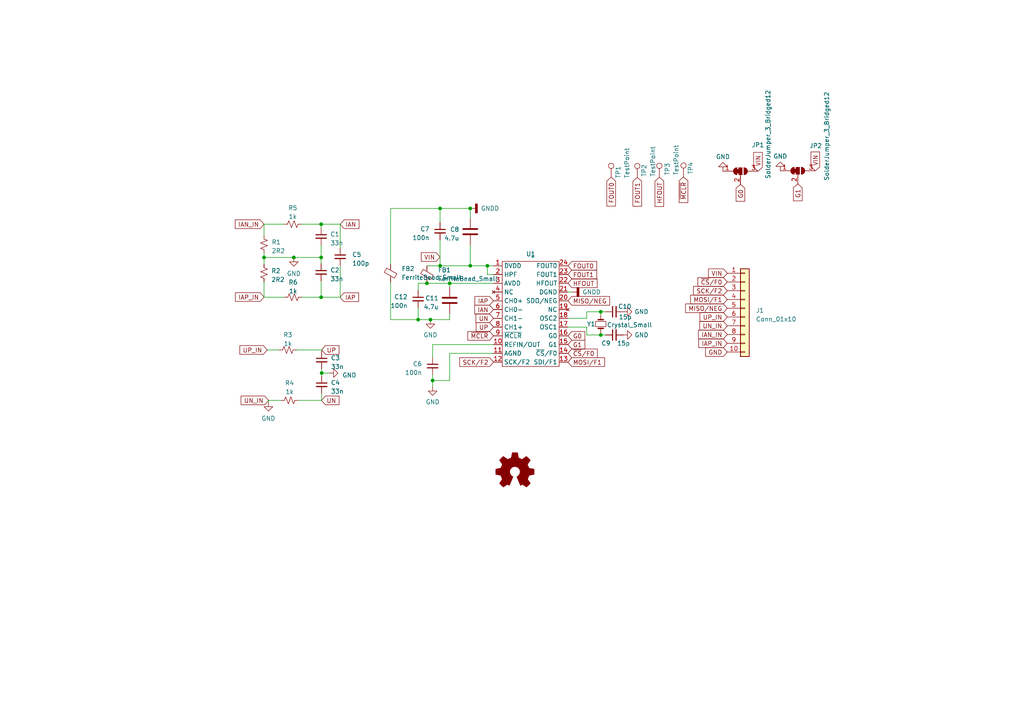
<source format=kicad_sch>
(kicad_sch (version 20230121) (generator eeschema)
  (paper "A4")
  (lib_symbols
    (symbol "Connector:TestPoint" (pin_numbers hide) (pin_names (offset 0.762) hide)
      (property "Reference" "TP" (at 0 6.858 0))
      (property "Value" "TestPoint" (at 0 5.08 0))
      (symbol "TestPoint_0_1"
        (circle (center 0 3.302) (radius 0.762))
      )
      (symbol "TestPoint_1_1"
        (pin passive line (at 0 0 90) (length 2.54) (name "1") (number "1"))
      )
    )
    (symbol "Connector_Generic:Conn_01x10" (pin_names (offset 1.016) hide)
      (property "Reference" "J" (at 0 12.7 0))
      (property "Value" "Conn_01x10" (at 0 -15.24 0))
      (symbol "Conn_01x10_1_1"
        (rectangle (start -1.27 -12.573) (end 0 -12.827) (stroke (width 0.1524)))
        (rectangle (start -1.27 -10.033) (end 0 -10.287) (stroke (width 0.1524)))
        (rectangle (start -1.27 -7.493) (end 0 -7.747) (stroke (width 0.1524)))
        (rectangle (start -1.27 -4.953) (end 0 -5.207) (stroke (width 0.1524)))
        (rectangle (start -1.27 -2.413) (end 0 -2.667) (stroke (width 0.1524)))
        (rectangle (start -1.27 0.127) (end 0 -0.127) (stroke (width 0.1524)))
        (rectangle (start -1.27 2.667) (end 0 2.413) (stroke (width 0.1524)))
        (rectangle (start -1.27 5.207) (end 0 4.953) (stroke (width 0.1524)))
        (rectangle (start -1.27 7.747) (end 0 7.493) (stroke (width 0.1524)))
        (rectangle (start -1.27 10.287) (end 0 10.033) (stroke (width 0.1524)))
        (rectangle (start -1.27 11.43) (end 1.27 -13.97) (stroke (width 0.254)) (fill (type background)))
        (pin passive line (at -5.08 10.16 0) (length 3.81) (name "Pin_1") (number "1"))
        (pin passive line (at -5.08 -12.7 0) (length 3.81) (name "Pin_10") (number "10"))
        (pin passive line (at -5.08 7.62 0) (length 3.81) (name "Pin_2") (number "2"))
        (pin passive line (at -5.08 5.08 0) (length 3.81) (name "Pin_3") (number "3"))
        (pin passive line (at -5.08 2.54 0) (length 3.81) (name "Pin_4") (number "4"))
        (pin passive line (at -5.08 0 0) (length 3.81) (name "Pin_5") (number "5"))
        (pin passive line (at -5.08 -2.54 0) (length 3.81) (name "Pin_6") (number "6"))
        (pin passive line (at -5.08 -5.08 0) (length 3.81) (name "Pin_7") (number "7"))
        (pin passive line (at -5.08 -7.62 0) (length 3.81) (name "Pin_8") (number "8"))
        (pin passive line (at -5.08 -10.16 0) (length 3.81) (name "Pin_9") (number "9"))
      )
    )
    (symbol "Device:C" (pin_numbers hide) (pin_names (offset 0.254))
      (property "Reference" "C" (at 0.635 2.54 0))
      (property "Value" "C" (at 0.635 -2.54 0))
      (symbol "C_0_1"
        (polyline (pts (xy -2.032 -0.762) (xy 2.032 -0.762)) (stroke (width 0.508)))
        (polyline (pts (xy -2.032 0.762) (xy 2.032 0.762)) (stroke (width 0.508)))
      )
      (symbol "C_1_1"
        (pin passive line (at 0 3.81 270) (length 2.794) (name "~") (number "1"))
        (pin passive line (at 0 -3.81 90) (length 2.794) (name "~") (number "2"))
      )
    )
    (symbol "Device:C_Small" (pin_numbers hide) (pin_names (offset 0.254) hide)
      (property "Reference" "C" (at 0.254 1.778 0))
      (property "Value" "C_Small" (at 0.254 -2.032 0))
      (symbol "C_Small_0_1"
        (polyline (pts (xy -1.524 -0.508) (xy 1.524 -0.508)) (stroke (width 0.3302)))
        (polyline (pts (xy -1.524 0.508) (xy 1.524 0.508)) (stroke (width 0.3048)))
      )
      (symbol "C_Small_1_1"
        (pin passive line (at 0 2.54 270) (length 2.032) (name "~") (number "1"))
        (pin passive line (at 0 -2.54 90) (length 2.032) (name "~") (number "2"))
      )
    )
    (symbol "Device:Crystal_Small" (pin_numbers hide) (pin_names (offset 1.016) hide)
      (property "Reference" "Y" (at 0 2.54 0))
      (property "Value" "Crystal_Small" (at 0 -2.54 0))
      (symbol "Crystal_Small_0_1"
        (rectangle (start -0.762 -1.524) (end 0.762 1.524))
        (polyline (pts (xy -1.27 -0.762) (xy -1.27 0.762)) (stroke (width 0.381)))
        (polyline (pts (xy 1.27 -0.762) (xy 1.27 0.762)) (stroke (width 0.381)))
      )
      (symbol "Crystal_Small_1_1"
        (pin passive line (at -2.54 0 0) (length 1.27) (name "1") (number "1"))
        (pin passive line (at 2.54 0 180) (length 1.27) (name "2") (number "2"))
      )
    )
    (symbol "Device:FerriteBead_Small" (pin_numbers hide) (pin_names (offset 0))
      (property "Reference" "FB" (at 1.905 1.27 0))
      (property "Value" "FerriteBead_Small" (at 1.905 -1.27 0))
      (symbol "FerriteBead_Small_0_1"
        (polyline (pts (xy 0 -1.27) (xy 0 -0.7874)))
        (polyline (pts (xy 0 0.889) (xy 0 1.2954)))
        (polyline (pts (xy -1.8288 0.2794) (xy -1.1176 1.4986) (xy 1.8288 -0.2032) (xy 1.1176 -1.4224) (xy -1.8288 0.2794)))
      )
      (symbol "FerriteBead_Small_1_1"
        (pin passive line (at 0 2.54 270) (length 1.27) (name "~") (number "1"))
        (pin passive line (at 0 -2.54 90) (length 1.27) (name "~") (number "2"))
      )
    )
    (symbol "Device:R_Small_US" (pin_numbers hide) (pin_names (offset 0.254) hide)
      (property "Reference" "R" (at 0.762 0.508 0))
      (property "Value" "R_Small_US" (at 0.762 -1.016 0))
      (symbol "R_Small_US_1_1"
        (polyline (pts (xy 0 0) (xy 1.016 -0.381) (xy 0 -0.762) (xy -1.016 -1.143) (xy 0 -1.524)))
        (polyline (pts (xy 0 1.524) (xy 1.016 1.143) (xy 0 0.762) (xy -1.016 0.381) (xy 0 0)))
        (pin passive line (at 0 2.54 270) (length 1.016) (name "~") (number "1"))
        (pin passive line (at 0 -2.54 90) (length 1.016) (name "~") (number "2"))
      )
    )
    (symbol "Graphic:Logo_Open_Hardware_Small" (in_bom no) (on_board no)
      (symbol "Logo_Open_Hardware_Small_0_1"
        (polyline (pts (xy 3.3528 -4.3434) (xy 3.302 -4.318) (xy 3.175 -4.2418) (xy 2.9972 -4.1148) (xy 2.7686 -3.9624) (xy 2.54 -3.81) (xy 2.3622 -3.7084) (xy 2.2352 -3.6068) (xy 2.1844 -3.5814) (xy 2.159 -3.6068) (xy 2.0574 -3.6576) (xy 1.905 -3.7338) (xy 1.8034 -3.7846) (xy 1.6764 -3.8354) (xy 1.6002 -3.8354) (xy 1.6002 -3.8354) (xy 1.5494 -3.7338) (xy 1.4732 -3.5306) (xy 1.3462 -3.302) (xy 1.2446 -3.0226) (xy 1.1176 -2.7178) (xy 0.9652 -2.413) (xy 0.8636 -2.1082) (xy 0.7366 -1.8288) (xy 0.6604 -1.6256) (xy 0.6096 -1.4732) (xy 0.5842 -1.397) (xy 0.5842 -1.397) (xy 0.6604 -1.3208) (xy 0.7874 -1.2446) (xy 1.0414 -1.016) (xy 1.2954 -0.6858) (xy 1.4478 -0.3302) (xy 1.524 0.0762) (xy 1.4732 0.4572) (xy 1.3208 0.8128) (xy 1.0668 1.143) (xy 0.762 1.3716) (xy 0.4064 1.524) (xy 0 1.5748) (xy -0.381 1.5494) (xy -0.7366 1.397) (xy -1.0668 1.143) (xy -1.2192 0.9906) (xy -1.397 0.6604) (xy -1.524 0.3048) (xy -1.524 0.2286) (xy -1.4986 -0.1778) (xy -1.397 -0.5334) (xy -1.1938 -0.8636) (xy -0.9144 -1.143) (xy -0.8636 -1.1684) (xy -0.7366 -1.27) (xy -0.635 -1.3462) (xy -0.5842 -1.397) (xy -1.0668 -2.5908) (xy -1.143 -2.794) (xy -1.2954 -3.1242) (xy -1.397 -3.4036) (xy -1.4986 -3.6322) (xy -1.5748 -3.7846) (xy -1.6002 -3.8354) (xy -1.6002 -3.8354) (xy -1.651 -3.8354) (xy -1.7272 -3.81) (xy -1.905 -3.7338) (xy -2.0066 -3.683) (xy -2.1336 -3.6068) (xy -2.2098 -3.5814) (xy -2.2606 -3.6068) (xy -2.3622 -3.683) (xy -2.54 -3.81) (xy -2.7686 -3.9624) (xy -2.9718 -4.0894) (xy -3.1496 -4.2164) (xy -3.302 -4.318) (xy -3.3528 -4.3434) (xy -3.3782 -4.3434) (xy -3.429 -4.318) (xy -3.5306 -4.2164) (xy -3.7084 -4.064) (xy -3.937 -3.8354) (xy -3.9624 -3.81) (xy -4.1656 -3.6068) (xy -4.318 -3.4544) (xy -4.4196 -3.3274) (xy -4.445 -3.2766) (xy -4.445 -3.2766) (xy -4.4196 -3.2258) (xy -4.318 -3.0734) (xy -4.2164 -2.8956) (xy -4.064 -2.667) (xy -3.6576 -2.0828) (xy -3.8862 -1.5494) (xy -3.937 -1.3716) (xy -4.0386 -1.1684) (xy -4.0894 -1.0414) (xy -4.1148 -0.9652) (xy -4.191 -0.9398) (xy -4.318 -0.9144) (xy -4.5466 -0.8636) (xy -4.8006 -0.8128) (xy -5.0546 -0.7874) (xy -5.2578 -0.7366) (xy -5.4356 -0.7112) (xy -5.5118 -0.6858) (xy -5.5118 -0.6858) (xy -5.5372 -0.635) (xy -5.5372 -0.5588) (xy -5.5372 -0.4318) (xy -5.5626 -0.2286) (xy -5.5626 0.0762) (xy -5.5626 0.127) (xy -5.5372 0.4064) (xy -5.5372 0.635) (xy -5.5372 0.762) (xy -5.5372 0.8382) (xy -5.5372 0.8382) (xy -5.461 0.8382) (xy -5.3086 0.889) (xy -5.08 0.9144) (xy -4.826 0.9652) (xy -4.8006 0.9906) (xy -4.5466 1.0414) (xy -4.318 1.0668) (xy -4.1656 1.1176) (xy -4.0894 1.143) (xy -4.0894 1.143) (xy -4.0386 1.2446) (xy -3.9624 1.4224) (xy -3.8608 1.6256) (xy -3.7846 1.8288) (xy -3.7084 2.0066) (xy -3.6576 2.159) (xy -3.6322 2.2098) (xy -3.6322 2.2098) (xy -3.683 2.286) (xy -3.7592 2.413) (xy -3.8862 2.5908) (xy -4.064 2.8194) (xy -4.064 2.8448) (xy -4.2164 3.0734) (xy -4.3434 3.2512) (xy -4.4196 3.3782) (xy -4.445 3.4544) (xy -4.445 3.4544) (xy -4.3942 3.5052) (xy -4.2926 3.6322) (xy -4.1148 3.81) (xy -3.937 4.0132) (xy -3.8608 4.064) (xy -3.6576 4.2926) (xy -3.5052 4.4196) (xy -3.4036 4.4958) (xy -3.3528 4.5212) (xy -3.3528 4.5212) (xy -3.302 4.4704) (xy -3.1496 4.3688) (xy -2.9718 4.2418) (xy -2.7432 4.0894) (xy -2.7178 4.0894) (xy -2.4892 3.937) (xy -2.3114 3.81) (xy -2.1844 3.7084) (xy -2.1336 3.683) (xy -2.1082 3.683) (xy -2.032 3.7084) (xy -1.8542 3.7592) (xy -1.6764 3.8354) (xy -1.4732 3.937) (xy -1.27 4.0132) (xy -1.143 4.064) (xy -1.0668 4.1148) (xy -1.0668 4.1148) (xy -1.0414 4.191) (xy -1.016 4.3434) (xy -0.9652 4.572) (xy -0.9144 4.8514) (xy -0.889 4.9022) (xy -0.8382 5.1562) (xy -0.8128 5.3848) (xy -0.7874 5.5372) (xy -0.762 5.588) (xy -0.7112 5.6134) (xy -0.5842 5.6134) (xy -0.4064 5.6134) (xy -0.1524 5.6134) (xy 0.0762 5.6134) (xy 0.3302 5.6134) (xy 0.5334 5.6134) (xy 0.6858 5.588) (xy 0.7366 5.588) (xy 0.7366 5.588) (xy 0.762 5.5118) (xy 0.8128 5.334) (xy 0.8382 5.1054) (xy 0.9144 4.826) (xy 0.9144 4.7752) (xy 0.9652 4.5212) (xy 1.016 4.2926) (xy 1.0414 4.1402) (xy 1.0668 4.0894) (xy 1.0668 4.0894) (xy 1.1938 4.0386) (xy 1.3716 3.9624) (xy 1.5748 3.8608) (xy 2.0828 3.6576) (xy 2.7178 4.0894) (xy 2.7686 4.1402) (xy 2.9972 4.2926) (xy 3.175 4.4196) (xy 3.302 4.4958) (xy 3.3782 4.5212) (xy 3.3782 4.5212) (xy 3.429 4.4704) (xy 3.556 4.3434) (xy 3.7338 4.191) (xy 3.9116 3.9878) (xy 4.064 3.8354) (xy 4.2418 3.6576) (xy 4.3434 3.556) (xy 4.4196 3.4798) (xy 4.4196 3.429) (xy 4.4196 3.4036) (xy 4.3942 3.3274) (xy 4.2926 3.2004) (xy 4.1656 2.9972) (xy 4.0132 2.794) (xy 3.8862 2.5908) (xy 3.7592 2.3876) (xy 3.6576 2.2352) (xy 3.6322 2.159) (xy 3.6322 2.1336) (xy 3.683 2.0066) (xy 3.7592 1.8288) (xy 3.8608 1.6002) (xy 4.064 1.1176) (xy 4.3942 1.0414) (xy 4.5974 1.016) (xy 4.8768 0.9652) (xy 5.1308 0.9144) (xy 5.5372 0.8382) (xy 5.5626 -0.6604) (xy 5.4864 -0.6858) (xy 5.4356 -0.6858) (xy 5.2832 -0.7366) (xy 5.0546 -0.762) (xy 4.8006 -0.8128) (xy 4.5974 -0.8636) (xy 4.3688 -0.9144) (xy 4.2164 -0.9398) (xy 4.1402 -0.9398) (xy 4.1148 -0.9652) (xy 4.064 -1.0668) (xy 3.9878 -1.2446) (xy 3.9116 -1.4478) (xy 3.81 -1.651) (xy 3.7338 -1.8542) (xy 3.683 -2.0066) (xy 3.6576 -2.0828) (xy 3.683 -2.1336) (xy 3.7846 -2.2606) (xy 3.8862 -2.4638) (xy 4.0386 -2.667) (xy 4.191 -2.8956) (xy 4.318 -3.0734) (xy 4.3942 -3.2004) (xy 4.445 -3.2766) (xy 4.4196 -3.3274) (xy 4.3434 -3.429) (xy 4.1656 -3.5814) (xy 3.937 -3.8354) (xy 3.8862 -3.8608) (xy 3.683 -4.064) (xy 3.5306 -4.2164) (xy 3.4036 -4.318) (xy 3.3528 -4.3434)) (fill (type outline)))
      )
    )
    (symbol "Jumper:SolderJumper_3_Bridged12" (pin_names (offset 0) hide)
      (property "Reference" "JP" (at -2.54 -2.54 0))
      (property "Value" "SolderJumper_3_Bridged12" (at 0 2.794 0))
      (symbol "SolderJumper_3_Bridged12_0_1"
        (rectangle (start -1.016 0.508) (end -0.508 -0.508) (fill (type outline)))
        (arc (start -1.016 1.016) (mid -2.0276 0) (end -1.016 -1.016))
        (arc (start -1.016 1.016) (mid -2.0276 0) (end -1.016 -1.016) (fill (type outline)))
        (rectangle (start -0.508 1.016) (end 0.508 -1.016) (fill (type outline)))
        (polyline (pts (xy -2.54 0) (xy -2.032 0)))
        (polyline (pts (xy -1.016 1.016) (xy -1.016 -1.016)))
        (polyline (pts (xy 0 -1.27) (xy 0 -1.016)))
        (polyline (pts (xy 1.016 1.016) (xy 1.016 -1.016)))
        (polyline (pts (xy 2.54 0) (xy 2.032 0)))
        (arc (start 1.016 -1.016) (mid 2.0276 0) (end 1.016 1.016))
        (arc (start 1.016 -1.016) (mid 2.0276 0) (end 1.016 1.016) (fill (type outline)))
      )
      (symbol "SolderJumper_3_Bridged12_1_1"
        (pin passive line (at -5.08 0 0) (length 2.54) (name "A") (number "1"))
        (pin passive line (at 0 -3.81 90) (length 2.54) (name "C") (number "2"))
        (pin passive line (at 5.08 0 180) (length 2.54) (name "B") (number "3"))
      )
    )
    (symbol "MCP39xx:MCP3909"
      (property "Reference" "U" (at 0 0 0))
      (symbol "MCP3909_0_1"
        (rectangle (start -8.89 -1.27) (end 7.62 -31.75))
      )
      (symbol "MCP3909_1_1"
        (pin power_in line (at -11.43 -2.54 0) (length 2.54) (name "DVDD") (number "1"))
        (pin bidirectional line (at -11.43 -25.4 0) (length 2.54) (name "REFIN/OUT") (number "10"))
        (pin power_in line (at -11.43 -27.94 0) (length 2.54) (name "AGND") (number "11"))
        (pin input line (at -11.43 -30.48 0) (length 2.54) (name "SCK/F2") (number "12"))
        (pin input line (at 10.16 -30.48 180) (length 2.54) (name "SDI/F1") (number "13"))
        (pin input line (at 10.16 -27.94 180) (length 2.54) (name "~{CS}/F0") (number "14"))
        (pin input line (at 10.16 -25.4 180) (length 2.54) (name "G1") (number "15"))
        (pin input line (at 10.16 -22.86 180) (length 2.54) (name "G0") (number "16"))
        (pin input line (at 10.16 -20.32 180) (length 2.54) (name "OSC1") (number "17"))
        (pin output line (at 10.16 -17.78 180) (length 2.54) (name "OSC2") (number "18"))
        (pin no_connect line (at 10.16 -15.24 180) (length 2.54) (name "NC") (number "19"))
        (pin input line (at -11.43 -5.08 0) (length 2.54) (name "HPF") (number "2"))
        (pin output line (at 10.16 -12.7 180) (length 2.54) (name "SDO/NEG") (number "20"))
        (pin power_in line (at 10.16 -10.16 180) (length 2.54) (name "DGND") (number "21"))
        (pin output line (at 10.16 -7.62 180) (length 2.54) (name "HFOUT") (number "22"))
        (pin output line (at 10.16 -5.08 180) (length 2.54) (name "FOUT1") (number "23"))
        (pin output line (at 10.16 -2.54 180) (length 2.54) (name "FOUT0") (number "24"))
        (pin power_in line (at -11.43 -7.62 0) (length 2.54) (name "AVDD") (number "3"))
        (pin no_connect line (at -11.43 -10.16 0) (length 2.54) (name "NC") (number "4"))
        (pin input line (at -11.43 -12.7 0) (length 2.54) (name "CH0+") (number "5"))
        (pin input line (at -11.43 -15.24 0) (length 2.54) (name "CH0-") (number "6"))
        (pin input line (at -11.43 -17.78 0) (length 2.54) (name "CH1-") (number "7"))
        (pin input line (at -11.43 -20.32 0) (length 2.54) (name "CH1+") (number "8"))
        (pin input line (at -11.43 -22.86 0) (length 2.54) (name "~{MCLR}") (number "9"))
      )
    )
    (symbol "power:GND" (power) (pin_names (offset 0))
      (property "Value" "GND" (at 0 -3.81 0))
      (symbol "GND_0_1"
        (polyline (pts (xy 0 0) (xy 0 -1.27) (xy 1.27 -1.27) (xy 0 -2.54) (xy -1.27 -1.27) (xy 0 -1.27)))
      )
      (symbol "GND_1_1"
        (pin power_in line (at 0 0 270) (length 0) hide (name "GND") (number "1"))
      )
    )
    (symbol "power:GNDD" (power) (pin_names (offset 0))
      (property "Value" "GNDD" (at 0 -3.175 0))
      (symbol "GNDD_0_1"
        (rectangle (start -1.27 -1.524) (end 1.27 -2.032) (stroke (width 0.254)) (fill (type outline)))
        (polyline (pts (xy 0 0) (xy 0 -1.524)))
      )
      (symbol "GNDD_1_1"
        (pin power_in line (at 0 0 270) (length 0) hide (name "GNDD") (number "1"))
      )
    )
  )
  (junction (at 123.825 82.169))
  (junction (at 93.2942 108.204))
  (junction (at 85.217 74.676))
  (junction (at 121.285 92.71))
  (junction (at 174.244 90.424))
  (junction (at 174.244 97.155))
  (junction (at 125.476 110.363))
  (junction (at 141.351 77.089))
  (junction (at 93.1418 86.2076))
  (junction (at 136.398 77.089))
  (junction (at 127.635 77.089))
  (junction (at 127.635 60.452))
  (junction (at 93.1418 74.676))
  (junction (at 93.1418 65.024))
  (junction (at 76.581 74.676))
  (junction (at 136.398 60.452))
  (junction (at 130.429 82.169))
  (junction (at 124.841 92.71))
  (wire (pts (xy 136.398 60.452) (xy 136.398 63.373)))
  (wire (pts (xy 143.129 77.089) (xy 141.351 77.089)))
  (wire (pts (xy 86.0298 101.4984) (xy 93.2942 101.4984)))
  (wire (pts (xy 77.851 116.1288) (xy 77.851 116.6876)))
  (wire (pts (xy 125.476 110.363) (xy 125.476 112.141)))
  (wire (pts (xy 130.429 82.169) (xy 130.429 83.312)))
  (wire (pts (xy 164.719 94.869) (xy 170.18 94.869)))
  (wire (pts (xy 174.244 90.424) (xy 175.641 90.424)))
  (wire (pts (xy 124.841 92.71) (xy 130.429 92.71)))
  (wire (pts (xy 143.129 102.489) (xy 130.429 102.489)))
  (wire (pts (xy 98.679 71.9328) (xy 98.679 65.024)))
  (wire (pts (xy 76.581 65.024) (xy 76.581 68.326)))
  (wire (pts (xy 82.3722 65.024) (xy 76.581 65.024)))
  (wire (pts (xy 130.429 110.363) (xy 125.476 110.363)))
  (wire (pts (xy 123.825 77.089) (xy 127.635 77.089)))
  (wire (pts (xy 93.1418 74.676) (xy 93.1418 76.454)))
  (wire (pts (xy 93.2942 106.9848) (xy 93.2942 108.204)))
  (wire (pts (xy 93.2942 116.1288) (xy 93.2942 114.1476)))
  (wire (pts (xy 130.429 92.71) (xy 130.429 90.932)))
  (wire (pts (xy 127.635 77.089) (xy 136.398 77.089)))
  (wire (pts (xy 170.18 94.869) (xy 170.18 97.155)))
  (wire (pts (xy 93.1418 71.12) (xy 93.1418 74.676)))
  (wire (pts (xy 125.476 103.632) (xy 125.476 99.949)))
  (wire (pts (xy 127.635 60.452) (xy 136.398 60.452)))
  (wire (pts (xy 141.351 79.629) (xy 141.351 77.089)))
  (wire (pts (xy 170.18 97.155) (xy 174.244 97.155)))
  (wire (pts (xy 77.4954 101.4984) (xy 80.9498 101.4984)))
  (wire (pts (xy 93.2942 108.204) (xy 95.4786 108.204)))
  (wire (pts (xy 87.4522 65.024) (xy 93.1418 65.024)))
  (wire (pts (xy 86.5378 116.1288) (xy 93.2942 116.1288)))
  (wire (pts (xy 121.285 92.71) (xy 113.284 92.71)))
  (wire (pts (xy 174.244 97.155) (xy 174.244 96.52)))
  (wire (pts (xy 87.5538 86.2076) (xy 93.1418 86.2076)))
  (wire (pts (xy 127.635 60.452) (xy 113.284 60.452)))
  (wire (pts (xy 125.476 110.363) (xy 125.476 108.712)))
  (wire (pts (xy 121.285 89.281) (xy 121.285 92.71)))
  (wire (pts (xy 76.581 81.7372) (xy 76.581 86.2076)))
  (wire (pts (xy 98.679 65.024) (xy 93.1418 65.024)))
  (wire (pts (xy 98.679 86.2076) (xy 98.679 77.0128)))
  (wire (pts (xy 170.18 90.424) (xy 174.244 90.424)))
  (wire (pts (xy 93.1418 81.534) (xy 93.1418 86.2076)))
  (wire (pts (xy 127.635 64.516) (xy 127.635 60.452)))
  (wire (pts (xy 130.429 102.489) (xy 130.429 110.363)))
  (wire (pts (xy 125.476 99.949) (xy 143.129 99.949)))
  (wire (pts (xy 121.285 92.71) (xy 124.841 92.71)))
  (wire (pts (xy 113.284 92.71) (xy 113.284 81.788)))
  (wire (pts (xy 81.4578 116.1288) (xy 77.851 116.1288)))
  (wire (pts (xy 164.719 92.329) (xy 170.18 92.329)))
  (wire (pts (xy 76.581 74.676) (xy 76.581 76.6572)))
  (wire (pts (xy 93.2942 108.204) (xy 93.2942 109.0676)))
  (wire (pts (xy 93.1418 86.2076) (xy 98.679 86.2076)))
  (wire (pts (xy 121.285 82.169) (xy 121.285 84.201)))
  (wire (pts (xy 143.129 79.629) (xy 141.351 79.629)))
  (wire (pts (xy 143.129 82.169) (xy 130.429 82.169)))
  (wire (pts (xy 136.398 77.089) (xy 136.398 70.993)))
  (wire (pts (xy 93.1418 65.024) (xy 93.1418 66.04)))
  (wire (pts (xy 85.217 74.676) (xy 93.1418 74.676)))
  (wire (pts (xy 113.284 60.452) (xy 113.284 76.708)))
  (wire (pts (xy 170.18 92.329) (xy 170.18 90.424)))
  (wire (pts (xy 141.351 77.089) (xy 136.398 77.089)))
  (wire (pts (xy 76.581 86.2076) (xy 82.4738 86.2076)))
  (wire (pts (xy 164.719 84.709) (xy 165.862 84.709)))
  (wire (pts (xy 127.635 69.596) (xy 127.635 77.089)))
  (wire (pts (xy 93.2942 101.4984) (xy 93.2942 101.9048)))
  (wire (pts (xy 123.825 82.169) (xy 121.285 82.169)))
  (wire (pts (xy 76.581 73.406) (xy 76.581 74.676)))
  (wire (pts (xy 130.429 82.169) (xy 123.825 82.169)))
  (wire (pts (xy 76.581 74.676) (xy 85.217 74.676)))
  (wire (pts (xy 174.244 97.155) (xy 175.641 97.155)))
  (wire (pts (xy 174.244 90.424) (xy 174.244 91.44)))
  (global_label "IAN_IN" (shape input) (at 76.581 65.024 180) (property "Intersheetrefs" "${INTERSHEET_REFS}" (effects hide)))
  (global_label "UN" (shape input) (at 143.129 92.329 180) (property "Intersheetrefs" "${INTERSHEET_REFS}" (effects hide)))
  (global_label "IAP" (shape input) (at 98.6282 86.2076 0) (property "Intersheetrefs" "${INTERSHEET_REFS}" (effects hide)))
  (global_label "SCK{slash}F2" (shape input) (at 143.129 105.029 180) (property "Intersheetrefs" "${INTERSHEET_REFS}" (effects hide)))
  (global_label "VIN" (shape input) (at 219.837 49.657 90) (property "Intersheetrefs" "${INTERSHEET_REFS}" (effects hide)))
  (global_label "MOSI{slash}F1" (shape input) (at 210.947 86.868 180) (property "Intersheetrefs" "${INTERSHEET_REFS}" (effects hide)))
  (global_label "HFOUT" (shape input) (at 164.719 82.169 0) (property "Intersheetrefs" "${INTERSHEET_REFS}" (effects hide)))
  (global_label "~{MCLR}" (shape input) (at 198.247 51.308 270) (property "Intersheetrefs" "${INTERSHEET_REFS}" (effects hide)))
  (global_label "~{CS}{slash}F0" (shape input) (at 164.719 102.489 0) (property "Intersheetrefs" "${INTERSHEET_REFS}" (effects hide)))
  (global_label "SCK{slash}F2" (shape input) (at 210.947 84.328 180) (property "Intersheetrefs" "${INTERSHEET_REFS}" (effects hide)))
  (global_label "G1" (shape input) (at 164.719 99.949 0) (property "Intersheetrefs" "${INTERSHEET_REFS}" (effects hide)))
  (global_label "G1" (shape input) (at 231.394 53.34 270) (property "Intersheetrefs" "${INTERSHEET_REFS}" (effects hide)))
  (global_label "IAP_IN" (shape input) (at 76.581 86.1568 180) (property "Intersheetrefs" "${INTERSHEET_REFS}" (effects hide)))
  (global_label "UN" (shape input) (at 93.2434 116.1288 0) (property "Intersheetrefs" "${INTERSHEET_REFS}" (effects hide)))
  (global_label "UP_IN" (shape input) (at 210.947 91.948 180) (property "Intersheetrefs" "${INTERSHEET_REFS}" (effects hide)))
  (global_label "MISO{slash}NEG" (shape input) (at 210.947 89.408 180) (property "Intersheetrefs" "${INTERSHEET_REFS}" (effects hide)))
  (global_label "MISO{slash}NEG" (shape input) (at 164.719 87.249 0) (property "Intersheetrefs" "${INTERSHEET_REFS}" (effects hide)))
  (global_label "GND" (shape input) (at 210.947 102.108 180) (property "Intersheetrefs" "${INTERSHEET_REFS}" (effects hide)))
  (global_label "UN_IN" (shape input) (at 77.9018 116.1288 180) (property "Intersheetrefs" "${INTERSHEET_REFS}" (effects hide)))
  (global_label "HFOUT" (shape input) (at 191.2366 51.4096 270) (property "Intersheetrefs" "${INTERSHEET_REFS}" (effects hide)))
  (global_label "G0" (shape input) (at 164.719 97.409 0) (property "Intersheetrefs" "${INTERSHEET_REFS}" (effects hide)))
  (global_label "VIN" (shape input) (at 210.947 79.248 180) (property "Intersheetrefs" "${INTERSHEET_REFS}" (effects hide)))
  (global_label "FOUT1" (shape input) (at 184.8358 51.4604 270) (property "Intersheetrefs" "${INTERSHEET_REFS}" (effects hide)))
  (global_label "IAN" (shape input) (at 98.679 65.024 0) (property "Intersheetrefs" "${INTERSHEET_REFS}" (effects hide)))
  (global_label "MOSI{slash}F1" (shape input) (at 164.719 105.029 0) (property "Intersheetrefs" "${INTERSHEET_REFS}" (effects hide)))
  (global_label "UN_IN" (shape input) (at 210.947 94.488 180) (property "Intersheetrefs" "${INTERSHEET_REFS}" (effects hide)))
  (global_label "UP" (shape input) (at 143.129 94.869 180) (property "Intersheetrefs" "${INTERSHEET_REFS}" (effects hide)))
  (global_label "VIN" (shape input) (at 127.635 74.549 180) (property "Intersheetrefs" "${INTERSHEET_REFS}" (effects hide)))
  (global_label "~{CS}{slash}F0" (shape input) (at 210.947 81.788 180) (property "Intersheetrefs" "${INTERSHEET_REFS}" (effects hide)))
  (global_label "IAN" (shape input) (at 143.129 89.789 180) (property "Intersheetrefs" "${INTERSHEET_REFS}" (effects hide)))
  (global_label "~{MCLR}" (shape input) (at 143.129 97.409 180) (property "Intersheetrefs" "${INTERSHEET_REFS}" (effects hide)))
  (global_label "IAP_IN" (shape input) (at 210.947 99.568 180) (property "Intersheetrefs" "${INTERSHEET_REFS}" (effects hide)))
  (global_label "UP_IN" (shape input) (at 77.4954 101.4984 180) (property "Intersheetrefs" "${INTERSHEET_REFS}" (effects hide)))
  (global_label "FOUT0" (shape input) (at 177.2666 51.4096 270) (property "Intersheetrefs" "${INTERSHEET_REFS}" (effects hide)))
  (global_label "IAN_IN" (shape input) (at 210.947 97.028 180) (property "Intersheetrefs" "${INTERSHEET_REFS}" (effects hide)))
  (global_label "IAP" (shape input) (at 143.129 87.249 180) (property "Intersheetrefs" "${INTERSHEET_REFS}" (effects hide)))
  (global_label "FOUT0" (shape input) (at 164.719 77.089 0) (property "Intersheetrefs" "${INTERSHEET_REFS}" (effects hide)))
  (global_label "G0" (shape input) (at 214.757 53.467 270) (property "Intersheetrefs" "${INTERSHEET_REFS}" (effects hide)))
  (global_label "VIN" (shape input) (at 236.474 49.53 90) (property "Intersheetrefs" "${INTERSHEET_REFS}" (effects hide)))
  (global_label "UP" (shape input) (at 93.2942 101.4984 0) (property "Intersheetrefs" "${INTERSHEET_REFS}" (effects hide)))
  (global_label "FOUT1" (shape input) (at 164.719 79.629 0) (property "Intersheetrefs" "${INTERSHEET_REFS}" (effects hide)))
  (symbol (lib_id "Device:Crystal_Small") (at 174.244 93.98 90) (unit 1)
    (property "Reference" "Y1" (at 170.18 93.98 90) (effects (justify right)))
    (property "Value" "Crystal_Small" (at 176.022 94.234 90) (effects (justify right)))
    (property "Footprint" "Crystal:Crystal_SMD_HC49-SD" (effects hide))
    (property "MPN" "AS-3.579545-18-SMD-TR" (effects hide))
  )
  (symbol (lib_id "Connector:TestPoint") (at 198.247 51.308 0) (unit 1)
    (property "Reference" "TP4" (at 200.279 50.5968 90) (effects (justify left)))
    (property "Value" "TestPoint" (effects hide))
    (property "Footprint" "TestPoint:TestPoint_Pad_1.5x1.5mm" (effects hide))
    (property "DNP" "..." (effects hide))
  )
  (symbol (lib_id "power:GNDD") (at 136.398 60.452 90) (unit 1)
    (property "Reference" "#PWR08" (effects hide))
    (property "Value" "GNDD" (at 139.446 60.452 90) (effects (justify right)))
  )
  (symbol (lib_id "Jumper:SolderJumper_3_Bridged12") (at 214.757 49.657 0) (unit 1)
    (property "Reference" "JP1" (at 219.837 42.037 0))
    (property "Value" "SolderJumper_3_Bridged12" (at 222.758 38.989 90))
    (property "Footprint" "Jumper:SolderJumper-3_P1.3mm_Bridged12_RoundedPad1.0x1.5mm" (effects hide))
  )
  (symbol (lib_id "Connector_Generic:Conn_01x10") (at 216.027 89.408 0) (unit 1)
    (property "Reference" "J1" (at 219.2274 90.043 0) (effects (justify left)))
    (property "Value" "Conn_01x10" (at 219.2274 92.583 0) (effects (justify left)))
    (property "Footprint" "Connector_PinHeader_2.54mm:PinHeader_1x10_P2.54mm_Vertical" (effects hide))
  )
  (symbol (lib_id "Device:FerriteBead_Small") (at 123.825 79.629 0) (unit 1)
    (property "Reference" "FB1" (at 127 78.3209 0) (effects (justify left)))
    (property "Value" "FerriteBead_Small" (at 127 80.8609 0) (effects (justify left)))
    (property "Footprint" "Inductor_SMD:L_0603_1608Metric" (effects hide))
  )
  (symbol (lib_id "Device:C_Small") (at 178.181 90.424 90) (mirror x) (unit 1)
    (property "Reference" "C10" (at 181.229 88.9 90))
    (property "Value" "15p" (at 181.356 91.948 90))
    (property "Footprint" "Capacitor_SMD:C_0603_1608Metric" (effects hide))
    (property "MPN" "GMC10X7R104K100NT" (effects hide))
  )
  (symbol (lib_id "power:GND") (at 124.841 92.71 0) (mirror y) (unit 1)
    (property "Reference" "#PWR09" (effects hide))
    (property "Value" "GND" (at 124.841 97.155 0))
  )
  (symbol (lib_id "Connector:TestPoint") (at 191.2366 51.4096 0) (unit 1)
    (property "Reference" "TP3" (at 193.5734 50.9016 90) (effects (justify left)))
    (property "Value" "TestPoint" (at 196.1134 50.9016 90) (effects (justify left)))
    (property "Footprint" "TestPoint:TestPoint_Pad_1.5x1.5mm" (effects hide))
    (property "DNP" "..." (effects hide))
  )
  (symbol (lib_id "Device:R_Small_US") (at 83.9978 116.1288 90) (unit 1)
    (property "Reference" "R4" (at 83.9978 111.0996 90))
    (property "Value" "1k" (at 83.9978 113.6396 90))
    (property "Footprint" "Resistor_SMD:R_0603_1608Metric" (effects hide))
    (property "MPN" "RR0816P-102-D" (effects hide))
  )
  (symbol (lib_id "Device:R_Small_US") (at 76.581 70.866 0) (unit 1)
    (property "Reference" "R1" (at 78.7654 70.231 0) (effects (justify left)))
    (property "Value" "2R2" (at 78.7654 72.771 0) (effects (justify left)))
    (property "Footprint" "Resistor_SMD:R_0603_1608Metric" (effects hide))
    (property "MPN" "CPF0603B2R21E1" (effects hide))
  )
  (symbol (lib_id "Device:R_Small_US") (at 84.9122 65.024 90) (unit 1)
    (property "Reference" "R5" (at 84.9122 60.2996 90))
    (property "Value" "1k" (at 84.9122 62.8396 90))
    (property "Footprint" "Resistor_SMD:R_0603_1608Metric" (effects hide))
    (property "MPN" "RR0816P-102-D" (effects hide))
  )
  (symbol (lib_id "power:GND") (at 125.476 112.141 0) (mirror y) (unit 1)
    (property "Reference" "#PWR01" (effects hide))
    (property "Value" "GND" (at 125.476 116.586 0))
  )
  (symbol (lib_id "power:GND") (at 209.677 49.657 0) (mirror x) (unit 1)
    (property "Reference" "#PWR010" (effects hide))
    (property "Value" "GND" (at 209.677 45.466 0))
  )
  (symbol (lib_id "power:GND") (at 95.4786 108.204 90) (unit 1)
    (property "Reference" "#PWR05" (effects hide))
    (property "Value" "GND" (at 99.2886 108.839 90) (effects (justify right)))
  )
  (symbol (lib_id "Device:FerriteBead_Small") (at 113.284 79.248 0) (unit 1)
    (property "Reference" "FB2" (at 116.459 77.9399 0) (effects (justify left)))
    (property "Value" "FerriteBead_Small" (at 116.459 80.4799 0) (effects (justify left)))
    (property "Footprint" "Inductor_SMD:L_0603_1608Metric" (effects hide))
  )
  (symbol (lib_id "Device:C_Small") (at 93.1418 78.994 0) (unit 1)
    (property "Reference" "C2" (at 95.7834 78.3653 0) (effects (justify left)))
    (property "Value" "33n" (at 95.7834 80.9053 0) (effects (justify left)))
    (property "Footprint" "Capacitor_SMD:C_0603_1608Metric" (effects hide))
    (property "MPN" "CC0603JRX7R9BB333" (effects hide))
  )
  (symbol (lib_id "Device:C_Small") (at 93.2942 104.4448 0) (unit 1)
    (property "Reference" "C3" (at 95.9358 103.8161 0) (effects (justify left)))
    (property "Value" "33n" (at 95.9358 106.3561 0) (effects (justify left)))
    (property "Footprint" "Capacitor_SMD:C_0603_1608Metric" (effects hide))
    (property "MPN" "CC0603JRX7R9BB333" (effects hide))
  )
  (symbol (lib_id "Device:C_Small") (at 121.285 86.741 0) (mirror y) (unit 1)
    (property "Reference" "C12" (at 118.237 86.1123 0) (effects (justify left)))
    (property "Value" "100n" (at 118.237 88.6523 0) (effects (justify left)))
    (property "Footprint" "Capacitor_SMD:C_0603_1608Metric" (effects hide))
    (property "MPN" "GMC10X7R104K100NT" (effects hide))
  )
  (symbol (lib_id "Connector:TestPoint") (at 177.2666 51.4096 0) (unit 1)
    (property "Reference" "TP1" (at 179.2986 51.7652 90) (effects (justify left)))
    (property "Value" "TestPoint" (at 181.8386 51.7652 90) (effects (justify left)))
    (property "Footprint" "TestPoint:TestPoint_Pad_1.5x1.5mm" (effects hide))
    (property "DNP" "..." (effects hide))
  )
  (symbol (lib_id "Device:C_Small") (at 125.476 106.172 0) (mirror y) (unit 1)
    (property "Reference" "C6" (at 122.428 105.5433 0) (effects (justify left)))
    (property "Value" "100n" (at 122.428 108.0833 0) (effects (justify left)))
    (property "Footprint" "Capacitor_SMD:C_0603_1608Metric" (effects hide))
    (property "MPN" "GMC10X7R104K100NT" (effects hide))
  )
  (symbol (lib_id "Connector:TestPoint") (at 184.8358 51.4604 0) (unit 1)
    (property "Reference" "TP2" (at 186.817 51.308 90) (effects (justify left)))
    (property "Value" "TestPoint" (at 189.357 51.308 90) (effects (justify left)))
    (property "Footprint" "TestPoint:TestPoint_Pad_1.5x1.5mm" (effects hide))
    (property "DNP" "..." (effects hide))
  )
  (symbol (lib_id "Device:C") (at 136.398 67.183 0) (mirror y) (unit 1)
    (property "Reference" "C8" (at 133.223 66.548 0) (effects (justify left)))
    (property "Value" "4.7u" (at 133.223 69.088 0) (effects (justify left)))
    (property "Footprint" "Capacitor_SMD:C_0805_2012Metric" (effects hide))
    (property "MPN" "C0805C475K8PACTU" (effects hide))
  )
  (symbol (lib_id "Device:C_Small") (at 127.635 67.056 0) (mirror y) (unit 1)
    (property "Reference" "C7" (at 124.587 66.4273 0) (effects (justify left)))
    (property "Value" "100n" (at 124.587 68.9673 0) (effects (justify left)))
    (property "Footprint" "Capacitor_SMD:C_0603_1608Metric" (effects hide))
    (property "MPN" "GMC10X7R104K100NT" (effects hide))
  )
  (symbol (lib_id "Device:R_Small_US") (at 83.4898 101.4984 90) (unit 1)
    (property "Reference" "R3" (at 83.4898 97.1296 90))
    (property "Value" "1k" (at 83.4898 99.6696 90))
    (property "Footprint" "Resistor_SMD:R_0603_1608Metric" (effects hide))
    (property "MPN" "RR0816P-102-D" (effects hide))
  )
  (symbol (lib_id "Device:C_Small") (at 93.1418 68.58 0) (unit 1)
    (property "Reference" "C1" (at 95.7834 67.9513 0) (effects (justify left)))
    (property "Value" "33n" (at 95.7834 70.4913 0) (effects (justify left)))
    (property "Footprint" "Capacitor_SMD:C_0603_1608Metric" (effects hide))
    (property "MPN" "CC0603JRX7R9BB333" (effects hide))
  )
  (symbol (lib_id "power:GND") (at 77.851 116.6876 0) (unit 1)
    (property "Reference" "#PWR03" (effects hide))
    (property "Value" "GND" (at 77.851 121.3612 0))
  )
  (symbol (lib_id "power:GNDD") (at 165.862 84.709 90) (unit 1)
    (property "Reference" "#PWR02" (effects hide))
    (property "Value" "GNDD" (at 168.91 84.709 90) (effects (justify right)))
  )
  (symbol (lib_id "Device:R_Small_US") (at 76.581 79.1972 0) (unit 1)
    (property "Reference" "R2" (at 78.6638 78.5622 0) (effects (justify left)))
    (property "Value" "2R2" (at 78.6638 81.1022 0) (effects (justify left)))
    (property "Footprint" "Resistor_SMD:R_0603_1608Metric" (effects hide))
    (property "MPN" "CPF0603B2R21E1" (effects hide))
  )
  (symbol (lib_id "Device:C_Small") (at 178.181 97.155 90) (mirror x) (unit 1)
    (property "Reference" "C9" (at 175.768 99.568 90))
    (property "Value" "15p" (at 180.848 99.568 90))
    (property "Footprint" "Capacitor_SMD:C_0603_1608Metric" (effects hide))
    (property "MPN" "GMC10X7R104K100NT" (effects hide))
  )
  (symbol (lib_id "Device:C_Small") (at 93.2942 111.6076 0) (unit 1)
    (property "Reference" "C4" (at 95.9358 110.9789 0) (effects (justify left)))
    (property "Value" "33n" (at 95.9358 113.5189 0) (effects (justify left)))
    (property "Footprint" "Capacitor_SMD:C_0603_1608Metric" (effects hide))
    (property "MPN" "CC0603JRX7R9BB333" (effects hide))
  )
  (symbol (lib_id "Device:R_Small_US") (at 85.0138 86.2076 90) (unit 1)
    (property "Reference" "R6" (at 85.0138 81.8896 90))
    (property "Value" "1k" (at 85.0138 84.4296 90))
    (property "Footprint" "Resistor_SMD:R_0603_1608Metric" (effects hide))
    (property "MPN" "RR0816P-102-D" (effects hide))
  )
  (symbol (lib_id "Device:C") (at 130.429 87.122 0) (mirror y) (unit 1)
    (property "Reference" "C11" (at 127.254 86.487 0) (effects (justify left)))
    (property "Value" "4.7u" (at 127.254 89.027 0) (effects (justify left)))
    (property "Footprint" "Capacitor_SMD:C_0805_2012Metric" (effects hide))
    (property "MPN" "C0805C475K8PACTU" (effects hide))
  )
  (symbol (lib_id "Graphic:Logo_Open_Hardware_Small") (at 149.352 136.906 0) (unit 1) (in_bom no)
    (property "Reference" "SYM1" (effects hide))
    (property "Value" "Logo_Open_Hardware_Small" (effects hide))
    (property "Footprint" "Symbol:OSHW-Logo2_9.8x8mm_SilkScreen" (effects hide))
    (property "Sim.Enable" "0" (effects hide))
    (property "DNP" "..." (effects hide))
  )
  (symbol (lib_id "Jumper:SolderJumper_3_Bridged12") (at 231.394 49.53 0) (unit 1)
    (property "Reference" "JP2" (at 236.601 42.291 0))
    (property "Value" "SolderJumper_3_Bridged12" (at 239.776 39.497 90))
    (property "Footprint" "Jumper:SolderJumper-3_P1.3mm_Bridged12_RoundedPad1.0x1.5mm" (effects hide))
  )
  (symbol (lib_id "Device:C_Small") (at 98.679 74.4728 0) (unit 1)
    (property "Reference" "C5" (at 102.1334 73.8441 0) (effects (justify left)))
    (property "Value" "100p" (at 102.1334 76.3841 0) (effects (justify left)))
    (property "Footprint" "Capacitor_SMD:C_0603_1608Metric" (effects hide))
    (property "MPN" "885012206003" (effects hide))
  )
  (symbol (lib_id "power:GND") (at 180.721 90.424 90) (mirror x) (unit 1)
    (property "Reference" "#PWR07" (effects hide))
    (property "Value" "GND" (at 184.023 90.424 90) (effects (justify right)))
  )
  (symbol (lib_id "power:GND") (at 226.314 49.53 0) (mirror x) (unit 1)
    (property "Reference" "#PWR011" (effects hide))
    (property "Value" "GND" (at 226.314 45.339 0))
  )
  (symbol (lib_id "power:GND") (at 85.217 74.676 0) (unit 1)
    (property "Reference" "#PWR04" (effects hide))
    (property "Value" "GND" (at 85.217 79.3496 0))
  )
  (symbol (lib_id "MCP39xx:MCP3909") (at 154.559 74.549 0) (unit 1)
    (property "Reference" "U1" (at 153.924 73.66 0))
    (property "Value" "~" (at 154.559 74.549 0))
    (property "Footprint" "Package_SO:SSOP-24_5.3x8.2mm_P0.65mm" (effects hide))
    (property "Datasheet" "https://ww1.microchip.com/downloads/aemDocuments/documents/OTH/ProductDocuments/DataSheets/22025C.pdf" (effects hide))
  )
  (symbol (lib_id "power:GND") (at 180.721 97.155 90) (mirror x) (unit 1)
    (property "Reference" "#PWR06" (effects hide))
    (property "Value" "GND" (at 184.023 97.155 90) (effects (justify right)))
  )
)
</source>
